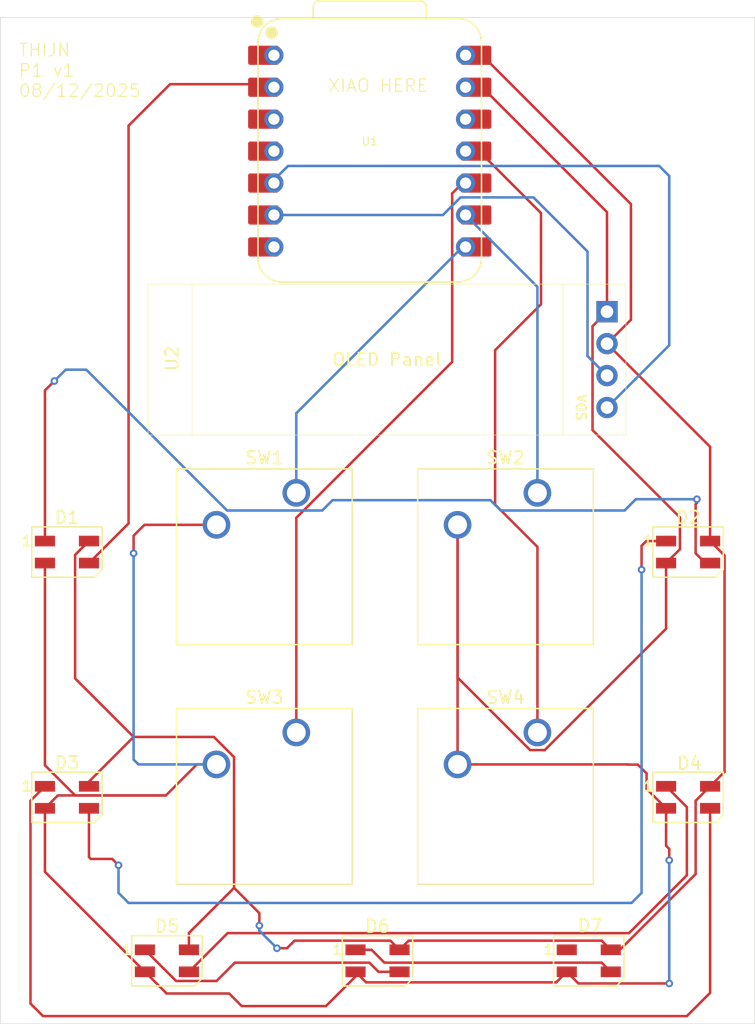
<source format=kicad_pcb>
(kicad_pcb (version 20241229) (generator "pcbnew") (generator_version "9.0")
  (layers (0 "F.Cu" signal) (2 "B.Cu" signal) (13 "F.Paste" user) (15 "B.Paste" user) (5 "F.SilkS" user "F.Silkscreen") (7 "B.SilkS" user "B.Silkscreen") (1 "F.Mask" user) (3 "B.Mask" user) (25 "Edge.Cuts" user))
  (net 0 "")
  (net 1 "GND")
  (net 2 "Net-(D1-DIN)")
  (net 3 "Net-(D1-DOUT)")
  (net 4 "+5V")
  (net 5 "Net-(D2-DOUT)")
  (net 6 "Net-(D3-DOUT)")
  (net 7 "Net-(D4-DOUT)")
  (net 8 "Net-(D5-DOUT)")
  (net 9 "Net-(D6-DOUT)")
  (net 11 "Net-(U1-GPIO1{slash}RX)")
  (net 12 "Net-(U1-GPIO2{slash}SCK)")
  (net 13 "Net-(U1-GPIO4{slash}MISO)")
  (net 14 "Net-(U1-GPIO3{slash}MOSI)")
  (net 15 "Net-(U1-GPIO7{slash}SCL)")
  (net 16 "Net-(U1-GPIO0{slash}TX)")
  (net 17 "Net-(U1-GPIO26{slash}ADC0{slash}A0)")
  (net 21 "Net-(U1-GPIO6{slash}SDA)")
  (footprint "LED_SMD:LED_SK6812MINI_PLCC4_3.5x3.5mm_P1.75mm" (layer "F.Cu") (at 154.7 142.5)
    (property "Reference" "D2" (at 0 -2.75 0) (layer "F.SilkS"))
    (property "Value" "SK6812MINI")
    (fp_line (start -2.8 -2) (end -2.8 2) (stroke (width 0.12)) (layer "F.SilkS"))
    (fp_line (start -2.8 -2) (end 2.8 -2) (stroke (width 0.12)) (layer "F.SilkS"))
    (fp_line (start -2.8 2) (end 2.2 2) (stroke (width 0.12)) (layer "F.SilkS"))
    (fp_line (start 2.8 1.4) (end 2.2 2) (stroke (width 0.12)) (layer "F.SilkS"))
    (fp_line (start 2.8 1.4) (end 2.8 -2) (stroke (width 0.12)) (layer "F.SilkS"))
    (fp_text user "1" (at -3.2 -0.875 0) (layer "F.SilkS") (effects (font (size 0.8 0.8))))
    (pad "1" smd rect (at -1.75 -0.875) (size 1.6 0.85) (layers "F.Cu" "F.Mask" "F.Paste") (net 5 "Net-(D2-DOUT)"))
    (pad "2" smd rect (at -1.75 0.875) (size 1.6 0.85) (layers "F.Cu" "F.Mask" "F.Paste") (net 1 "GND"))
    (pad "3" smd rect (at 1.75 0.875) (size 1.6 0.85) (layers "F.Cu" "F.Mask" "F.Paste") (net 3 "Net-(D1-DOUT)"))
    (pad "4" smd rect (at 1.75 -0.875) (size 1.6 0.85) (layers "F.Cu" "F.Mask" "F.Paste") (net 4 "+5V"))
  )
  (footprint "Button_Switch_Keyboard:SW_Cherry_MX_1.00u_PCB" (layer "F.Cu") (at 123.54 137.795)
    (property "Reference" "SW1" (at -2.54 -2.794 0) (layer "F.SilkS"))
    (property "Value" "SW_Push")
    (fp_line (start -9.525 -1.905) (end 4.445 -1.905) (stroke (width 0.12)) (layer "F.SilkS"))
    (fp_line (start -9.525 12.065) (end -9.525 -1.905) (stroke (width 0.12)) (layer "F.SilkS"))
    (fp_line (start 4.445 -1.905) (end 4.445 12.065) (stroke (width 0.12)) (layer "F.SilkS"))
    (fp_line (start 4.445 12.065) (end -9.525 12.065) (stroke (width 0.12)) (layer "F.SilkS"))
    (pad "" np_thru_hole circle (at -7.62 5.08) (size 1.7 1.7) (drill 1.7) (layers "*.Cu" "*.Mask"))
    (pad "" np_thru_hole circle (at -2.54 5.08) (size 4 4) (drill 4) (layers "*.Cu" "*.Mask"))
    (pad "" np_thru_hole circle (at 2.54 5.08) (size 1.7 1.7) (drill 1.7) (layers "*.Cu" "*.Mask"))
    (pad "1" thru_hole circle (at 0 0) (size 2.2 2.2) (drill 1.5) (layers "*.Cu" "*.Mask") (net 11 "Net-(U1-GPIO1{slash}RX)"))
    (pad "2" thru_hole circle (at -6.35 2.54) (size 2.2 2.2) (drill 1.5) (layers "*.Cu" "*.Mask") (net 1 "GND"))
  )
  (footprint "OLED:SSD1306-0.91-OLED-4pin-128x32" (layer "F.Cu") (at 111.75 121.2)
    (property "Reference" "U2" (at 1.9 5.91 90) (layer "F.SilkS"))
    (property "Value" "SSD1306-0.91-OLED-4pin-128x32")
    (fp_line (start 0 0) (end 0 12) (stroke (width 0.04)) (layer "F.SilkS"))
    (fp_line (start 0 12) (end 38 12) (stroke (width 0.04)) (layer "F.SilkS"))
    (fp_line (start 3.5 0) (end 3.5 12) (stroke (width 0.04)) (layer "F.SilkS"))
    (fp_line (start 33 0) (end 33 12) (stroke (width 0.04)) (layer "F.SilkS"))
    (fp_line (start 38 0) (end 0 0) (stroke (width 0.04)) (layer "F.SilkS"))
    (fp_line (start 38 12) (end 38 0) (stroke (width 0.04)) (layer "F.SilkS"))
    (fp_text user "OLED Panel" (at 19 6 0) (layer "F.SilkS"))
    (fp_text user "SDA" (at 34.5 9.81 270) (layer "F.SilkS") (effects (font (size 0.75 0.75))))
    (pad "1" thru_hole rect (at 36.5 2.19) (size 1.7 1.7) (drill 1) (layers "*.Cu" "*.Mask") (net 1 "GND"))
    (pad "2" thru_hole oval (at 36.5 4.73) (size 1.7 1.7) (drill 1) (layers "*.Cu" "*.Mask") (net 4 "+5V"))
    (pad "3" thru_hole oval (at 36.5 7.27) (size 1.7 1.7) (drill 1) (layers "*.Cu" "*.Mask") (net 15 "Net-(U1-GPIO7{slash}SCL)"))
    (pad "4" thru_hole oval (at 36.5 9.81) (size 1.7 1.7) (drill 1) (layers "*.Cu" "*.Mask") (net 21 "Net-(U1-GPIO6{slash}SDA)"))
  )
  (footprint "LED_SMD:LED_SK6812MINI_PLCC4_3.5x3.5mm_P1.75mm" (layer "F.Cu") (at 146.8 175)
    (property "Reference" "D7" (at 0.1 -2.8 0) (layer "F.SilkS"))
    (property "Value" "SK6812MINI")
    (fp_line (start -2.8 -2) (end -2.8 2) (stroke (width 0.12)) (layer "F.SilkS"))
    (fp_line (start -2.8 -2) (end 2.8 -2) (stroke (width 0.12)) (layer "F.SilkS"))
    (fp_line (start -2.8 2) (end 2.2 2) (stroke (width 0.12)) (layer "F.SilkS"))
    (fp_line (start 2.8 1.4) (end 2.2 2) (stroke (width 0.12)) (layer "F.SilkS"))
    (fp_line (start 2.8 1.4) (end 2.8 -2) (stroke (width 0.12)) (layer "F.SilkS"))
    (fp_text user "1" (at -3.2 -0.875 0) (layer "F.SilkS") (effects (font (size 0.8 0.8))))
    (pad "1" smd rect (at -1.75 -0.875) (size 1.6 0.85) (layers "F.Cu" "F.Mask" "F.Paste"))
    (pad "2" smd rect (at -1.75 0.875) (size 1.6 0.85) (layers "F.Cu" "F.Mask" "F.Paste") (net 1 "GND"))
    (pad "3" smd rect (at 1.75 0.875) (size 1.6 0.85) (layers "F.Cu" "F.Mask" "F.Paste") (net 9 "Net-(D6-DOUT)"))
    (pad "4" smd rect (at 1.75 -0.875) (size 1.6 0.85) (layers "F.Cu" "F.Mask" "F.Paste") (net 4 "+5V"))
  )
  (footprint "LED_SMD:LED_SK6812MINI_PLCC4_3.5x3.5mm_P1.75mm" (layer "F.Cu") (at 130 175)
    (property "Reference" "D6" (at 0 -2.75 0) (layer "F.SilkS"))
    (property "Value" "SK6812MINI")
    (fp_line (start -2.8 -2) (end -2.8 2) (stroke (width 0.12)) (layer "F.SilkS"))
    (fp_line (start -2.8 -2) (end 2.8 -2) (stroke (width 0.12)) (layer "F.SilkS"))
    (fp_line (start -2.8 2) (end 2.2 2) (stroke (width 0.12)) (layer "F.SilkS"))
    (fp_line (start 2.8 1.4) (end 2.2 2) (stroke (width 0.12)) (layer "F.SilkS"))
    (fp_line (start 2.8 1.4) (end 2.8 -2) (stroke (width 0.12)) (layer "F.SilkS"))
    (fp_text user "1" (at -3.2 -0.875 0) (layer "F.SilkS") (effects (font (size 0.8 0.8))))
    (pad "1" smd rect (at -1.75 -0.875) (size 1.6 0.85) (layers "F.Cu" "F.Mask" "F.Paste") (net 9 "Net-(D6-DOUT)"))
    (pad "2" smd rect (at -1.75 0.875) (size 1.6 0.85) (layers "F.Cu" "F.Mask" "F.Paste") (net 1 "GND"))
    (pad "3" smd rect (at 1.75 0.875) (size 1.6 0.85) (layers "F.Cu" "F.Mask" "F.Paste") (net 8 "Net-(D5-DOUT)"))
    (pad "4" smd rect (at 1.75 -0.875) (size 1.6 0.85) (layers "F.Cu" "F.Mask" "F.Paste") (net 4 "+5V"))
  )
  (footprint "Button_Switch_Keyboard:SW_Cherry_MX_1.00u_PCB" (layer "F.Cu") (at 123.54 156.845)
    (property "Reference" "SW3" (at -2.54 -2.794 0) (layer "F.SilkS"))
    (property "Value" "SW_Push")
    (fp_line (start -9.525 -1.905) (end 4.445 -1.905) (stroke (width 0.12)) (layer "F.SilkS"))
    (fp_line (start -9.525 12.065) (end -9.525 -1.905) (stroke (width 0.12)) (layer "F.SilkS"))
    (fp_line (start 4.445 -1.905) (end 4.445 12.065) (stroke (width 0.12)) (layer "F.SilkS"))
    (fp_line (start 4.445 12.065) (end -9.525 12.065) (stroke (width 0.12)) (layer "F.SilkS"))
    (pad "" np_thru_hole circle (at -7.62 5.08) (size 1.7 1.7) (drill 1.7) (layers "*.Cu" "*.Mask"))
    (pad "" np_thru_hole circle (at -2.54 5.08) (size 4 4) (drill 4) (layers "*.Cu" "*.Mask"))
    (pad "" np_thru_hole circle (at 2.54 5.08) (size 1.7 1.7) (drill 1.7) (layers "*.Cu" "*.Mask"))
    (pad "1" thru_hole circle (at 0 0) (size 2.2 2.2) (drill 1.5) (layers "*.Cu" "*.Mask") (net 13 "Net-(U1-GPIO4{slash}MISO)"))
    (pad "2" thru_hole circle (at -6.35 2.54) (size 2.2 2.2) (drill 1.5) (layers "*.Cu" "*.Mask") (net 1 "GND"))
  )
  (footprint "LED_SMD:LED_SK6812MINI_PLCC4_3.5x3.5mm_P1.75mm" (layer "F.Cu") (at 154.7 162)
    (property "Reference" "D4" (at 0.1 -2.7 0) (layer "F.SilkS"))
    (property "Value" "SK6812MINI")
    (fp_line (start -2.8 -2) (end -2.8 2) (stroke (width 0.12)) (layer "F.SilkS"))
    (fp_line (start -2.8 -2) (end 2.8 -2) (stroke (width 0.12)) (layer "F.SilkS"))
    (fp_line (start -2.8 2) (end 2.2 2) (stroke (width 0.12)) (layer "F.SilkS"))
    (fp_line (start 2.8 1.4) (end 2.2 2) (stroke (width 0.12)) (layer "F.SilkS"))
    (fp_line (start 2.8 1.4) (end 2.8 -2) (stroke (width 0.12)) (layer "F.SilkS"))
    (fp_text user "1" (at -3.2 -0.875 0) (layer "F.SilkS") (effects (font (size 0.8 0.8))))
    (pad "1" smd rect (at -1.75 -0.875) (size 1.6 0.85) (layers "F.Cu" "F.Mask" "F.Paste") (net 7 "Net-(D4-DOUT)"))
    (pad "2" smd rect (at -1.75 0.875) (size 1.6 0.85) (layers "F.Cu" "F.Mask" "F.Paste") (net 1 "GND"))
    (pad "3" smd rect (at 1.75 0.875) (size 1.6 0.85) (layers "F.Cu" "F.Mask" "F.Paste") (net 6 "Net-(D3-DOUT)"))
    (pad "4" smd rect (at 1.75 -0.875) (size 1.6 0.85) (layers "F.Cu" "F.Mask" "F.Paste") (net 4 "+5V"))
  )
  (footprint "LED_SMD:LED_SK6812MINI_PLCC4_3.5x3.5mm_P1.75mm" (layer "F.Cu") (at 113.25 175)
    (property "Reference" "D5" (at 0 -2.75 0) (layer "F.SilkS"))
    (property "Value" "SK6812MINI")
    (fp_line (start -2.8 -2) (end -2.8 2) (stroke (width 0.12)) (layer "F.SilkS"))
    (fp_line (start -2.8 -2) (end 2.8 -2) (stroke (width 0.12)) (layer "F.SilkS"))
    (fp_line (start -2.8 2) (end 2.2 2) (stroke (width 0.12)) (layer "F.SilkS"))
    (fp_line (start 2.8 1.4) (end 2.2 2) (stroke (width 0.12)) (layer "F.SilkS"))
    (fp_line (start 2.8 1.4) (end 2.8 -2) (stroke (width 0.12)) (layer "F.SilkS"))
    (fp_text user "1" (at -3.2 -0.875 0) (layer "F.SilkS") (effects (font (size 0.8 0.8))))
    (pad "1" smd rect (at -1.75 -0.875) (size 1.6 0.85) (layers "F.Cu" "F.Mask" "F.Paste") (net 8 "Net-(D5-DOUT)"))
    (pad "2" smd rect (at -1.75 0.875) (size 1.6 0.85) (layers "F.Cu" "F.Mask" "F.Paste") (net 1 "GND"))
    (pad "3" smd rect (at 1.75 0.875) (size 1.6 0.85) (layers "F.Cu" "F.Mask" "F.Paste") (net 7 "Net-(D4-DOUT)"))
    (pad "4" smd rect (at 1.75 -0.875) (size 1.6 0.85) (layers "F.Cu" "F.Mask" "F.Paste") (net 4 "+5V"))
  )
  (footprint "LED_SMD:LED_SK6812MINI_PLCC4_3.5x3.5mm_P1.75mm" (layer "F.Cu") (at 105.3 142.5)
    (property "Reference" "D1" (at 0 -2.75 0) (layer "F.SilkS"))
    (property "Value" "SK6812MINI")
    (fp_line (start -2.8 -2) (end -2.8 2) (stroke (width 0.12)) (layer "F.SilkS"))
    (fp_line (start -2.8 -2) (end 2.8 -2) (stroke (width 0.12)) (layer "F.SilkS"))
    (fp_line (start -2.8 2) (end 2.2 2) (stroke (width 0.12)) (layer "F.SilkS"))
    (fp_line (start 2.8 1.4) (end 2.2 2) (stroke (width 0.12)) (layer "F.SilkS"))
    (fp_line (start 2.8 1.4) (end 2.8 -2) (stroke (width 0.12)) (layer "F.SilkS"))
    (fp_text user "1" (at -3.2 -0.875 0) (layer "F.SilkS") (effects (font (size 0.8 0.8))))
    (pad "1" smd rect (at -1.75 -0.875) (size 1.6 0.85) (layers "F.Cu" "F.Mask" "F.Paste") (net 3 "Net-(D1-DOUT)"))
    (pad "2" smd rect (at -1.75 0.875) (size 1.6 0.85) (layers "F.Cu" "F.Mask" "F.Paste") (net 1 "GND"))
    (pad "3" smd rect (at 1.75 0.875) (size 1.6 0.85) (layers "F.Cu" "F.Mask" "F.Paste") (net 2 "Net-(D1-DIN)"))
    (pad "4" smd rect (at 1.75 -0.875) (size 1.6 0.85) (layers "F.Cu" "F.Mask" "F.Paste") (net 4 "+5V"))
  )
  (footprint "XIAO-RP2040-DIP:XIAO-RP2040-DIP" (layer "F.Cu") (at 129.38 110.62)
    (property "Reference" "U1" (at 0 -0.7685 0) (layer "F.SilkS") (effects (font (size 0.635 0.635) (thickness 0.1016))))
    (property "Value" "XIAO-RP2040-DIP")
    (fp_line (start -8.89 8.509) (end -8.89 -8.636) (stroke (width 0.127)) (layer "F.SilkS"))
    (fp_line (start -6.985 10.414) (end 6.985 10.414) (stroke (width 0.127)) (layer "F.SilkS"))
    (fp_line (start -4.495 -10.541) (end -4.491272 -11.451272) (stroke (width 0.127)) (layer "F.SilkS"))
    (fp_line (start -3.991272 -11.951) (end 4.004 -11.951) (stroke (width 0.127)) (layer "F.SilkS"))
    (fp_line (start 4.504 -11.451) (end 4.504 -10.541) (stroke (width 0.127)) (layer "F.SilkS"))
    (fp_line (start 6.985 -10.541) (end -6.985 -10.541) (stroke (width 0.1)) (layer "F.SilkS"))
    (fp_line (start 6.985 -10.541) (end -6.985 -10.541) (stroke (width 0.127)) (layer "F.SilkS"))
    (fp_line (start 8.89 8.509) (end 8.89 -8.636) (stroke (width 0.127)) (layer "F.SilkS"))
    (fp_arc (start -8.89 -8.636) (mid -8.332038 -9.983038) (end -6.985 -10.541) (stroke (width 0.127)) (layer "F.SilkS"))
    (fp_arc (start -6.985 10.414) (mid -8.332038 9.856038) (end -8.89 8.509) (stroke (width 0.127)) (layer "F.SilkS"))
    (fp_arc (start -4.491272 -11.451272) (mid -4.344724 -11.804644) (end -3.991272 -11.951) (stroke (width 0.127)) (layer "F.SilkS"))
    (fp_arc (start 4.004 -11.951) (mid 4.357553 -11.804553) (end 4.504 -11.451) (stroke (width 0.127)) (layer "F.SilkS"))
    (fp_arc (start 6.985 -10.541) (mid 8.332038 -9.983038) (end 8.89 -8.636) (stroke (width 0.127)) (layer "F.SilkS"))
    (fp_arc (start 8.89 8.509) (mid 8.332038 9.856038) (end 6.985 10.414) (stroke (width 0.127)) (layer "F.SilkS"))
    (fp_circle (center -8.95 -10.3) (end -8.95 -10.554) (stroke (width 0.5)) (fill yes) (layer "F.SilkS"))
    (fp_circle (center -7.807 -9.42) (end -7.807 -9.674) (stroke (width 0.5)) (fill yes) (layer "F.SilkS"))
    (pad "1" smd roundrect (at -8.455 -7.62 180) (size 2.432 1.524) (layers "F.Cu" "F.Mask") (roundrect_rratio 0.1) (net 17 "Net-(U1-GPIO26{slash}ADC0{slash}A0)"))
    (pad "1" thru_hole circle (at -7.62 -7.62 180) (size 1.524 1.524) (drill 0.889) (layers "*.Cu" "*.Mask") (net 17 "Net-(U1-GPIO26{slash}ADC0{slash}A0)"))
    (pad "2" smd roundrect (at -8.455 -5.08 180) (size 2.432 1.524) (layers "F.Cu" "F.Mask") (roundrect_rratio 0.1) (net 2 "Net-(D1-DIN)"))
    (pad "2" thru_hole circle (at -7.62 -5.08 180) (size 1.524 1.524) (drill 0.889) (layers "*.Cu" "*.Mask") (net 2 "Net-(D1-DIN)"))
    (pad "3" smd roundrect (at -8.455 -2.54 180) (size 2.432 1.524) (layers "F.Cu" "F.Mask") (roundrect_rratio 0.1))
    (pad "3" thru_hole circle (at -7.62 -2.54 180) (size 1.524 1.524) (drill 0.889) (layers "*.Cu" "*.Mask"))
    (pad "4" smd roundrect (at -8.455 0 180) (size 2.432 1.524) (layers "F.Cu" "F.Mask") (roundrect_rratio 0.1))
    (pad "4" thru_hole circle (at -7.62 0 180) (size 1.524 1.524) (drill 0.889) (layers "*.Cu" "*.Mask"))
    (pad "5" smd roundrect (at -8.455 2.54 180) (size 2.432 1.524) (layers "F.Cu" "F.Mask") (roundrect_rratio 0.1) (net 21 "Net-(U1-GPIO6{slash}SDA)"))
    (pad "5" thru_hole circle (at -7.62 2.54 180) (size 1.524 1.524) (drill 0.889) (layers "*.Cu" "*.Mask") (net 21 "Net-(U1-GPIO6{slash}SDA)"))
    (pad "6" smd roundrect (at -8.455 5.08 180) (size 2.432 1.524) (layers "F.Cu" "F.Mask") (roundrect_rratio 0.1) (net 15 "Net-(U1-GPIO7{slash}SCL)"))
    (pad "6" thru_hole circle (at -7.62 5.08 180) (size 1.524 1.524) (drill 0.889) (layers "*.Cu" "*.Mask") (net 15 "Net-(U1-GPIO7{slash}SCL)"))
    (pad "7" smd roundrect (at -8.455 7.62 180) (size 2.432 1.524) (layers "F.Cu" "F.Mask") (roundrect_rratio 0.1) (net 16 "Net-(U1-GPIO0{slash}TX)"))
    (pad "7" thru_hole circle (at -7.62 7.62 180) (size 1.524 1.524) (drill 0.889) (layers "*.Cu" "*.Mask") (net 16 "Net-(U1-GPIO0{slash}TX)"))
    (pad "8" thru_hole circle (at 7.62 7.62) (size 1.524 1.524) (drill 0.889) (layers "*.Cu" "*.Mask") (net 11 "Net-(U1-GPIO1{slash}RX)"))
    (pad "8" smd roundrect (at 8.455 7.62) (size 2.432 1.524) (layers "F.Cu" "F.Mask") (roundrect_rratio 0.1) (net 11 "Net-(U1-GPIO1{slash}RX)"))
    (pad "9" thru_hole circle (at 7.62 5.08) (size 1.524 1.524) (drill 0.889) (layers "*.Cu" "*.Mask") (net 12 "Net-(U1-GPIO2{slash}SCK)"))
    (pad "9" smd roundrect (at 8.455 5.08) (size 2.432 1.524) (layers "F.Cu" "F.Mask") (roundrect_rratio 0.1) (net 12 "Net-(U1-GPIO2{slash}SCK)"))
    (pad "10" thru_hole circle (at 7.62 2.54) (size 1.524 1.524) (drill 0.889) (layers "*.Cu" "*.Mask") (net 13 "Net-(U1-GPIO4{slash}MISO)"))
    (pad "10" smd roundrect (at 8.455 2.54) (size 2.432 1.524) (layers "F.Cu" "F.Mask") (roundrect_rratio 0.1) (net 13 "Net-(U1-GPIO4{slash}MISO)"))
    (pad "11" thru_hole circle (at 7.62 0) (size 1.524 1.524) (drill 0.889) (layers "*.Cu" "*.Mask") (net 14 "Net-(U1-GPIO3{slash}MOSI)"))
    (pad "11" smd roundrect (at 8.455 0) (size 2.432 1.524) (layers "F.Cu" "F.Mask") (roundrect_rratio 0.1) (net 14 "Net-(U1-GPIO3{slash}MOSI)"))
    (pad "12" thru_hole circle (at 7.62 -2.54) (size 1.524 1.524) (drill 0.889) (layers "*.Cu" "*.Mask"))
    (pad "12" smd roundrect (at 8.455 -2.54) (size 2.432 1.524) (layers "F.Cu" "F.Mask") (roundrect_rratio 0.1))
    (pad "13" thru_hole circle (at 7.62 -5.08) (size 1.524 1.524) (drill 0.889) (layers "*.Cu" "*.Mask") (net 1 "GND"))
    (pad "13" smd roundrect (at 8.455 -5.08) (size 2.432 1.524) (layers "F.Cu" "F.Mask") (roundrect_rratio 0.1) (net 1 "GND"))
    (pad "14" thru_hole circle (at 7.62 -7.62) (size 1.524 1.524) (drill 0.889) (layers "*.Cu" "*.Mask") (net 4 "+5V"))
    (pad "14" smd roundrect (at 8.455 -7.62) (size 2.432 1.524) (layers "F.Cu" "F.Mask") (roundrect_rratio 0.1) (net 4 "+5V"))
  )
  (footprint "Button_Switch_Keyboard:SW_Cherry_MX_1.00u_PCB" (layer "F.Cu") (at 142.71625 156.845)
    (property "Reference" "SW4" (at -2.54 -2.794 0) (layer "F.SilkS"))
    (property "Value" "SW_Push")
    (fp_line (start -9.525 -1.905) (end 4.445 -1.905) (stroke (width 0.12)) (layer "F.SilkS"))
    (fp_line (start -9.525 12.065) (end -9.525 -1.905) (stroke (width 0.12)) (layer "F.SilkS"))
    (fp_line (start 4.445 -1.905) (end 4.445 12.065) (stroke (width 0.12)) (layer "F.SilkS"))
    (fp_line (start 4.445 12.065) (end -9.525 12.065) (stroke (width 0.12)) (layer "F.SilkS"))
    (pad "" np_thru_hole circle (at -7.62 5.08) (size 1.7 1.7) (drill 1.7) (layers "*.Cu" "*.Mask"))
    (pad "" np_thru_hole circle (at -2.54 5.08) (size 4 4) (drill 4) (layers "*.Cu" "*.Mask"))
    (pad "" np_thru_hole circle (at 2.54 5.08) (size 1.7 1.7) (drill 1.7) (layers "*.Cu" "*.Mask"))
    (pad "1" thru_hole circle (at 0 0) (size 2.2 2.2) (drill 1.5) (layers "*.Cu" "*.Mask") (net 14 "Net-(U1-GPIO3{slash}MOSI)"))
    (pad "2" thru_hole circle (at -6.35 2.54) (size 2.2 2.2) (drill 1.5) (layers "*.Cu" "*.Mask") (net 1 "GND"))
  )
  (footprint "LED_SMD:LED_SK6812MINI_PLCC4_3.5x3.5mm_P1.75mm" (layer "F.Cu") (at 105.3 162)
    (property "Reference" "D3" (at 0 -2.75 0) (layer "F.SilkS"))
    (property "Value" "SK6812MINI")
    (fp_line (start -2.8 -2) (end -2.8 2) (stroke (width 0.12)) (layer "F.SilkS"))
    (fp_line (start -2.8 -2) (end 2.8 -2) (stroke (width 0.12)) (layer "F.SilkS"))
    (fp_line (start -2.8 2) (end 2.2 2) (stroke (width 0.12)) (layer "F.SilkS"))
    (fp_line (start 2.8 1.4) (end 2.2 2) (stroke (width 0.12)) (layer "F.SilkS"))
    (fp_line (start 2.8 1.4) (end 2.8 -2) (stroke (width 0.12)) (layer "F.SilkS"))
    (fp_text user "1" (at -3.2 -0.875 0) (layer "F.SilkS") (effects (font (size 0.8 0.8))))
    (pad "1" smd rect (at -1.75 -0.875) (size 1.6 0.85) (layers "F.Cu" "F.Mask" "F.Paste") (net 6 "Net-(D3-DOUT)"))
    (pad "2" smd rect (at -1.75 0.875) (size 1.6 0.85) (layers "F.Cu" "F.Mask" "F.Paste") (net 1 "GND"))
    (pad "3" smd rect (at 1.75 0.875) (size 1.6 0.85) (layers "F.Cu" "F.Mask" "F.Paste") (net 5 "Net-(D2-DOUT)"))
    (pad "4" smd rect (at 1.75 -0.875) (size 1.6 0.85) (layers "F.Cu" "F.Mask" "F.Paste") (net 4 "+5V"))
  )
  (footprint "Button_Switch_Keyboard:SW_Cherry_MX_1.00u_PCB" (layer "F.Cu") (at 142.71625 137.795)
    (property "Reference" "SW2" (at -2.54 -2.794 0) (layer "F.SilkS"))
    (property "Value" "SW_Push")
    (fp_line (start -9.525 -1.905) (end 4.445 -1.905) (stroke (width 0.12)) (layer "F.SilkS"))
    (fp_line (start -9.525 12.065) (end -9.525 -1.905) (stroke (width 0.12)) (layer "F.SilkS"))
    (fp_line (start 4.445 -1.905) (end 4.445 12.065) (stroke (width 0.12)) (layer "F.SilkS"))
    (fp_line (start 4.445 12.065) (end -9.525 12.065) (stroke (width 0.12)) (layer "F.SilkS"))
    (pad "" np_thru_hole circle (at -7.62 5.08) (size 1.7 1.7) (drill 1.7) (layers "*.Cu" "*.Mask"))
    (pad "" np_thru_hole circle (at -2.54 5.08) (size 4 4) (drill 4) (layers "*.Cu" "*.Mask"))
    (pad "" np_thru_hole circle (at 2.54 5.08) (size 1.7 1.7) (drill 1.7) (layers "*.Cu" "*.Mask"))
    (pad "1" thru_hole circle (at 0 0) (size 2.2 2.2) (drill 1.5) (layers "*.Cu" "*.Mask") (net 12 "Net-(U1-GPIO2{slash}SCK)"))
    (pad "2" thru_hole circle (at -6.35 2.54) (size 2.2 2.2) (drill 1.5) (layers "*.Cu" "*.Mask") (net 1 "GND"))
  )
  (gr_rect (start 100 100) (end 160 180) (stroke (width 0.05)) (fill no) (layer "Edge.Cuts"))
  (gr_text "THIJN\nP1 v1\n08/12/2025" (at 101.4 106.4 0) (layer "F.SilkS") (effects (font (size 1 1) (thickness 0.1)) (justify left bottom)))
  (gr_text "XIAO HERE" (at 126 106 0) (layer "F.SilkS") (effects (font (size 1 1) (thickness 0.1)) (justify left bottom)))
  (segment (start 110.6 141.2) (end 111.465 140.335) (width 0.2) (layer "F.Cu") (net 1))
  (segment (start 147.099 124.541) (end 148.25 123.39) (width 0.2) (layer "F.Cu") (net 1))
  (segment (start 149.9 159.4) (end 150.7 159.4) (width 0.2) (layer "F.Cu") (net 1))
  (segment (start 147.099 132.799) (end 147.099 124.541) (width 0.2) (layer "F.Cu") (net 1))
  (segment (start 128.25 176.25) (end 125.9 178.6) (width 0.2) (layer "F.Cu") (net 1))
  (segment (start 148.25 115.47237) (end 138.07763 105.3) (width 0.2) (layer "F.Cu") (net 1))
  (segment (start 103.55 159.452) (end 105.949 161.851) (width 0.2) (layer "F.Cu") (net 1))
  (segment (start 104.574 161.851) (end 113.168366 161.851) (width 0.2) (layer "F.Cu") (net 1))
  (segment (start 151.4 161.325) (end 152.95 162.875) (width 0.2) (layer "F.Cu") (net 1))
  (segment (start 152.95 143.375) (end 154.051 142.274) (width 0.2) (layer "F.Cu") (net 1))
  (segment (start 150.7 159.4) (end 151.4 160.1) (width 0.2) (layer "F.Cu") (net 1))
  (segment (start 129.0875 176.7125) (end 128.25 175.875) (width 0.2) (layer "F.Cu") (net 1))
  (segment (start 105.949 161.851) (end 113.168366 161.851) (width 0.2) (layer "F.Cu") (net 1))
  (segment (start 145.05 175.875) (end 145.975 176.8) (width 0.2) (layer "F.Cu") (net 1))
  (segment (start 148.25 123.39) (end 148.25 115.47237) (width 0.2) (layer "F.Cu") (net 1))
  (segment (start 153.2 167) (end 153.2 166.1) (width 0.2) (layer "F.Cu") (net 1))
  (segment (start 145.05 175.875) (end 144.2125 176.7125) (width 0.2) (layer "F.Cu") (net 1))
  (segment (start 143.296564 158.246) (end 152.95 148.592564) (width 0.2) (layer "F.Cu") (net 1))
  (segment (start 151.4 160.1) (end 151.4 161.325) (width 0.2) (layer "F.Cu") (net 1))
  (segment (start 113.225 177.6) (end 111.5 175.875) (width 0.2) (layer "F.Cu") (net 1))
  (segment (start 103.55 162.875) (end 104.574 161.851) (width 0.2) (layer "F.Cu") (net 1))
  (segment (start 145.975 176.8) (end 153.2 176.8) (width 0.2) (layer "F.Cu") (net 1))
  (segment (start 103.55 167.925) (end 103.55 162.875) (width 0.2) (layer "F.Cu") (net 1))
  (segment (start 144.2125 176.7125) (end 129.0875 176.7125) (width 0.2) (layer "F.Cu") (net 1))
  (segment (start 118.2 177.6) (end 113.225 177.6) (width 0.2) (layer "F.Cu") (net 1))
  (segment (start 142.135936 158.246) (end 143.296564 158.246) (width 0.2) (layer "F.Cu") (net 1))
  (segment (start 153.2 166.1) (end 152.95 165.85) (width 0.2) (layer "F.Cu") (net 1))
  (segment (start 152.95 165.85) (end 152.95 162.875) (width 0.2) (layer "F.Cu") (net 1))
  (segment (start 113.168366 161.851) (end 115.634366 159.385) (width 0.2) (layer "F.Cu") (net 1))
  (segment (start 110.6 142.6) (end 110.6 141.2) (width 0.2) (layer "F.Cu") (net 1))
  (segment (start 149.885 159.385) (end 149.9 159.4) (width 0.2) (layer "F.Cu") (net 1))
  (segment (start 154.051 142.274) (end 154.051 139.751) (width 0.2) (layer "F.Cu") (net 1))
  (segment (start 103.55 143.375) (end 103.55 159.452) (width 0.2) (layer "F.Cu") (net 1))
  (segment (start 136.36625 159.385) (end 149.885 159.385) (width 0.2) (layer "F.Cu") (net 1))
  (segment (start 128.25 175.875) (end 128.25 176.25) (width 0.2) (layer "F.Cu") (net 1))
  (segment (start 125.9 178.6) (end 119.2 178.6) (width 0.2) (layer "F.Cu") (net 1))
  (segment (start 136.36625 159.385) (end 136.36625 140.335) (width 0.2) (layer "F.Cu") (net 1))
  (segment (start 111.5 175.875) (end 103.55 167.925) (width 0.2) (layer "F.Cu") (net 1))
  (segment (start 136.36625 140.335) (end 136.36625 152.476314) (width 0.2) (layer "F.Cu") (net 1))
  (segment (start 136.36625 152.476314) (end 142.135936 158.246) (width 0.2) (layer "F.Cu") (net 1))
  (segment (start 154.051 139.751) (end 147.099 132.799) (width 0.2) (layer "F.Cu") (net 1))
  (segment (start 138.07763 105.3) (end 137 105.3) (width 0.2) (layer "F.Cu") (net 1))
  (segment (start 152.95 143.375) (end 152.95 148.592564) (width 0.2) (layer "F.Cu") (net 1))
  (segment (start 111.465 140.335) (end 117.19 140.335) (width 0.2) (layer "F.Cu") (net 1))
  (segment (start 115.634366 159.385) (end 117.19 159.385) (width 0.2) (layer "F.Cu") (net 1))
  (segment (start 119.2 178.6) (end 118.2 177.6) (width 0.2) (layer "F.Cu") (net 1))
  (via (at 110.6 142.6) (size 0.6) (drill 0.3) (layers "F.Cu" "B.Cu") (net 1))
  (via (at 153.2 176.8) (size 0.6) (drill 0.3) (layers "F.Cu" "B.Cu") (net 1))
  (via (at 153.2 167) (size 0.6) (drill 0.3) (layers "F.Cu" "B.Cu") (net 1))
  (segment (start 153.2 176.8) (end 153.2 167) (width 0.2) (layer "B.Cu") (net 1))
  (segment (start 110.6 142.6) (end 110.6 159) (width 0.2) (layer "B.Cu") (net 1))
  (segment (start 110.985 159.385) (end 117.19 159.385) (width 0.2) (layer "B.Cu") (net 1))
  (segment (start 110.6 159) (end 110.985 159.385) (width 0.2) (layer "B.Cu") (net 1))
  (segment (start 120.925 105.3) (end 113.5 105.3) (width 0.2) (layer "F.Cu") (net 2))
  (segment (start 113.5 105.3) (end 110.2 108.6) (width 0.2) (layer "F.Cu") (net 2))
  (segment (start 110.2 140.225) (end 110.2 108.6) (width 0.2) (layer "F.Cu") (net 2))
  (segment (start 107.05 143.375) (end 110.2 140.225) (width 0.2) (layer "F.Cu") (net 2))
  (segment (start 155.4 138.3) (end 155.4 138.6) (width 0.2) (layer "F.Cu") (net 3))
  (segment (start 156.075 143.375) (end 156.45 143.375) (width 0.2) (layer "F.Cu") (net 3))
  (segment (start 103.55 141.625) (end 103.55 129.65) (width 0.2) (layer "F.Cu") (net 3))
  (segment (start 155.3 142.6) (end 156.075 143.375) (width 0.2) (layer "F.Cu") (net 3))
  (segment (start 155.3 138.7) (end 155.3 142.6) (width 0.2) (layer "F.Cu") (net 3))
  (segment (start 155.4 138.6) (end 155.3 138.7) (width 0.2) (layer "F.Cu") (net 3))
  (segment (start 103.55 129.65) (end 104.3 128.9) (width 0.2) (layer "F.Cu") (net 3))
  (via (at 104.3 128.9) (size 0.6) (drill 0.3) (layers "F.Cu" "B.Cu") (net 3))
  (via (at 155.4 138.3) (size 0.6) (drill 0.3) (layers "F.Cu" "B.Cu") (net 3))
  (segment (start 126.424686 138.375314) (end 125.604 139.196) (width 0.2) (layer "B.Cu") (net 3))
  (segment (start 139.796 139.196) (end 138.975314 138.375314) (width 0.2) (layer "B.Cu") (net 3))
  (segment (start 138.975314 138.375314) (end 126.424686 138.375314) (width 0.2) (layer "B.Cu") (net 3))
  (segment (start 106.836314 128) (end 105.2 128) (width 0.2) (layer "B.Cu") (net 3))
  (segment (start 105.2 128) (end 104.3 128.9) (width 0.2) (layer "B.Cu") (net 3))
  (segment (start 118.032314 139.196) (end 106.836314 128) (width 0.2) (layer "B.Cu") (net 3))
  (segment (start 149.645943 139.196) (end 139.796 139.196) (width 0.2) (layer "B.Cu") (net 3))
  (segment (start 125.604 139.196) (end 118.032314 139.196) (width 0.2) (layer "B.Cu") (net 3))
  (segment (start 155.4 138.3) (end 150.541943 138.3) (width 0.2) (layer "B.Cu") (net 3))
  (segment (start 150.541943 138.3) (end 149.645943 139.196) (width 0.2) (layer "B.Cu") (net 3))
  (segment (start 157.6 142.775) (end 156.45 141.625) (width 0.2) (layer "F.Cu") (net 4))
  (segment (start 147.824 173.399) (end 132.476 173.399) (width 0.2) (layer "F.Cu") (net 4))
  (segment (start 148.25 125.93) (end 150.151 124.029) (width 0.2) (layer "F.Cu") (net 4))
  (segment (start 150.151 124.029) (end 150.151 114.83337) (width 0.2) (layer "F.Cu") (net 4))
  (segment (start 131.024 173.399) (end 123.401 173.399) (width 0.2) (layer "F.Cu") (net 4))
  (segment (start 131.75 174.125) (end 131.024 173.399) (width 0.2) (layer "F.Cu") (net 4))
  (segment (start 148.55 174.125) (end 149.275 174.125) (width 0.2) (layer "F.Cu") (net 4))
  (segment (start 110.6 157.2) (end 107.05 160.75) (width 0.2) (layer "F.Cu") (net 4))
  (segment (start 105.949 142.726) (end 105.949 152.549) (width 0.2) (layer "F.Cu") (net 4))
  (segment (start 156.45 161.125) (end 157.6 159.975) (width 0.2) (layer "F.Cu") (net 4))
  (segment (start 132.476 173.399) (end 131.75 174.125) (width 0.2) (layer "F.Cu") (net 4))
  (segment (start 123.401 173.399) (end 122.8 174) (width 0.2) (layer "F.Cu") (net 4))
  (segment (start 157.6 159.975) (end 157.6 142.775) (width 0.2) (layer "F.Cu") (net 4))
  (segment (start 149.275 174.125) (end 155.3 168.1) (width 0.2) (layer "F.Cu") (net 4))
  (segment (start 115 172.791) (end 118.591 169.2) (width 0.2) (layer "F.Cu") (net 4))
  (segment (start 120.6 171.209) (end 120.6 172.2) (width 0.2) (layer "F.Cu") (net 4))
  (segment (start 105.949 152.549) (end 110.6 157.2) (width 0.2) (layer "F.Cu") (net 4))
  (segment (start 107.05 160.75) (end 107.05 161.125) (width 0.2) (layer "F.Cu") (net 4))
  (segment (start 107.05 141.625) (end 105.949 142.726) (width 0.2) (layer "F.Cu") (net 4))
  (segment (start 155.3 162.275) (end 155.3 168.1) (width 0.2) (layer "F.Cu") (net 4))
  (segment (start 116.986314 157.2) (end 110.6 157.2) (width 0.2) (layer "F.Cu") (net 4))
  (segment (start 118.591 169.2) (end 120.6 171.209) (width 0.2) (layer "F.Cu") (net 4))
  (segment (start 148.25 125.93) (end 156.45 134.13) (width 0.2) (layer "F.Cu") (net 4))
  (segment (start 138.07763 102.76) (end 137 102.76) (width 0.2) (layer "F.Cu") (net 4))
  (segment (start 150.151 114.83337) (end 138.07763 102.76) (width 0.2) (layer "F.Cu") (net 4))
  (segment (start 118.591 158.804686) (end 116.986314 157.2) (width 0.2) (layer "F.Cu") (net 4))
  (segment (start 118.591 169.2) (end 118.591 158.804686) (width 0.2) (layer "F.Cu") (net 4))
  (segment (start 115 174.125) (end 115 172.791) (width 0.2) (layer "F.Cu") (net 4))
  (segment (start 148.55 174.125) (end 147.824 173.399) (width 0.2) (layer "F.Cu") (net 4))
  (segment (start 156.45 134.13) (end 156.45 141.625) (width 0.2) (layer "F.Cu") (net 4))
  (segment (start 156.45 161.125) (end 155.3 162.275) (width 0.2) (layer "F.Cu") (net 4))
  (segment (start 122.8 174) (end 122 174) (width 0.2) (layer "F.Cu") (net 4))
  (via (at 122 174) (size 0.6) (drill 0.3) (layers "F.Cu" "B.Cu") (net 4))
  (via (at 120.6 172.2) (size 0.6) (drill 0.3) (layers "F.Cu" "B.Cu") (net 4))
  (segment (start 120.6 172.6) (end 120.6 172.2) (width 0.2) (layer "B.Cu") (net 4))
  (segment (start 122 174) (end 120.6 172.6) (width 0.2) (layer "B.Cu") (net 4))
  (segment (start 151.375 141.625) (end 151 142) (width 0.2) (layer "F.Cu") (net 5))
  (segment (start 107.2 166.9) (end 107.05 166.75) (width 0.2) (layer "F.Cu") (net 5))
  (segment (start 151 143.9) (end 151 142) (width 0.2) (layer "F.Cu") (net 5))
  (segment (start 152.95 141.625) (end 151.375 141.625) (width 0.2) (layer "F.Cu") (net 5))
  (segment (start 107.05 166.75) (end 107.05 162.875) (width 0.2) (layer "F.Cu") (net 5))
  (segment (start 108.9 166.9) (end 107.2 166.9) (width 0.2) (layer "F.Cu") (net 5))
  (segment (start 109.4 167.4) (end 108.9 166.9) (width 0.2) (layer "F.Cu") (net 5))
  (via (at 109.4 167.4) (size 0.6) (drill 0.3) (layers "F.Cu" "B.Cu") (net 5))
  (via (at 151 143.9) (size 0.6) (drill 0.3) (layers "F.Cu" "B.Cu") (net 5))
  (segment (start 151 169.6) (end 150.2 170.4) (width 0.2) (layer "B.Cu") (net 5))
  (segment (start 109.4 169.6) (end 109.4 167.4) (width 0.2) (layer "B.Cu") (net 5))
  (segment (start 110.2 170.4) (end 109.4 169.6) (width 0.2) (layer "B.Cu") (net 5))
  (segment (start 151 143.9) (end 151 169.6) (width 0.2) (layer "B.Cu") (net 5))
  (segment (start 150.2 170.4) (end 110.2 170.4) (width 0.2) (layer "B.Cu") (net 5))
  (segment (start 102.399 162.276) (end 103.55 161.125) (width 0.2) (layer "F.Cu") (net 6))
  (segment (start 102.399 178.399) (end 102.399 162.276) (width 0.2) (layer "F.Cu") (net 6))
  (segment (start 103.399 179.399) (end 102.399 178.399) (width 0.2) (layer "F.Cu") (net 6))
  (segment (start 156.45 162.875) (end 156.45 177.549) (width 0.2) (layer "F.Cu") (net 6))
  (segment (start 156.45 177.549) (end 154.6 179.399) (width 0.2) (layer "F.Cu") (net 6))
  (segment (start 154.6 179.399) (end 103.399 179.399) (width 0.2) (layer "F.Cu") (net 6))
  (segment (start 152.95 161.125) (end 154.6 162.775) (width 0.2) (layer "F.Cu") (net 7))
  (segment (start 118.075 172.8) (end 115 175.875) (width 0.2) (layer "F.Cu") (net 7))
  (segment (start 154.6 168.2) (end 150 172.8) (width 0.2) (layer "F.Cu") (net 7))
  (segment (start 150 172.8) (end 118.075 172.8) (width 0.2) (layer "F.Cu") (net 7))
  (segment (start 154.6 162.775) (end 154.6 168.2) (width 0.2) (layer "F.Cu") (net 7))
  (segment (start 129.351 175.149) (end 118.651 175.149) (width 0.2) (layer "F.Cu") (net 8))
  (segment (start 131.75 175.875) (end 130.077 175.875) (width 0.2) (layer "F.Cu") (net 8))
  (segment (start 118.651 175.149) (end 117.199 176.601) (width 0.2) (layer "F.Cu") (net 8))
  (segment (start 117.199 176.601) (end 113.976 176.601) (width 0.2) (layer "F.Cu") (net 8))
  (segment (start 113.976 176.601) (end 111.5 174.125) (width 0.2) (layer "F.Cu") (net 8))
  (segment (start 130.077 175.875) (end 129.351 175.149) (width 0.2) (layer "F.Cu") (net 8))
  (segment (start 129.525 174.125) (end 128.25 174.125) (width 0.2) (layer "F.Cu") (net 9))
  (segment (start 147.824 175.149) (end 130.549 175.149) (width 0.2) (layer "F.Cu") (net 9))
  (segment (start 148.55 175.875) (end 147.824 175.149) (width 0.2) (layer "F.Cu") (net 9))
  (segment (start 130.549 175.149) (end 129.525 174.125) (width 0.2) (layer "F.Cu") (net 9))
  (segment (start 123.54 131.46) (end 137 118) (width 0.2) (layer "B.Cu") (net 11))
  (segment (start 123.54 137.795) (end 123.54 131.46) (width 0.2) (layer "B.Cu") (net 11))
  (segment (start 142.71625 137.795) (end 142.71625 121.41625) (width 0.2) (layer "B.Cu") (net 12))
  (segment (start 142.71625 121.41625) (end 137 115.7) (width 0.2) (layer "B.Cu") (net 12))
  (segment (start 135.937 113.983) (end 137 112.92) (width 0.2) (layer "F.Cu") (net 13))
  (segment (start 123.54 139.776314) (end 135.937 127.379314) (width 0.2) (layer "F.Cu") (net 13))
  (segment (start 123.54 156.845) (end 123.54 139.776314) (width 0.2) (layer "F.Cu") (net 13))
  (segment (start 135.937 127.379314) (end 135.937 113.983) (width 0.2) (layer "F.Cu") (net 13))
  (segment (start 139.352 126.448) (end 143 122.8) (width 0.2) (layer "F.Cu") (net 14))
  (segment (start 143 122.8) (end 143 115.545) (width 0.2) (layer "F.Cu") (net 14))
  (segment (start 142.71625 142.090184) (end 139.352 138.725934) (width 0.2) (layer "F.Cu") (net 14))
  (segment (start 142.71625 156.845) (end 142.71625 142.090184) (width 0.2) (layer "F.Cu") (net 14))
  (segment (start 137.835 110.38) (end 137 110.38) (width 0.2) (layer "F.Cu") (net 14))
  (segment (start 139.352 138.725934) (end 139.352 126.448) (width 0.2) (layer "F.Cu") (net 14))
  (segment (start 143 115.545) (end 137.835 110.38) (width 0.2) (layer "F.Cu") (net 14))
  (segment (start 146.7 118.6) (end 142.4 114.3) (width 0.2) (layer "B.Cu") (net 15))
  (segment (start 146.7 126.92) (end 146.7 118.6) (width 0.2) (layer "B.Cu") (net 15))
  (segment (start 136.6 114.3) (end 135.2 115.7) (width 0.2) (layer "B.Cu") (net 15))
  (segment (start 142.4 114.3) (end 136.6 114.3) (width 0.2) (layer "B.Cu") (net 15))
  (segment (start 148.25 128.47) (end 146.7 126.92) (width 0.2) (layer "B.Cu") (net 15))
  (segment (start 135.2 115.7) (end 121.76 115.7) (width 0.2) (layer "B.Cu") (net 15))
  (segment (start 153.2 112.6) (end 153.2 126.06) (width 0.2) (layer "B.Cu") (net 21))
  (segment (start 121.76 112.92) (end 122.88 111.8) (width 0.2) (layer "B.Cu") (net 21))
  (segment (start 152.4 111.8) (end 153.2 112.6) (width 0.2) (layer "B.Cu") (net 21))
  (segment (start 122.88 111.8) (end 152.4 111.8) (width 0.2) (layer "B.Cu") (net 21))
  (segment (start 153.2 126.06) (end 148.25 131.01) (width 0.2) (layer "B.Cu") (net 21))
)
</source>
